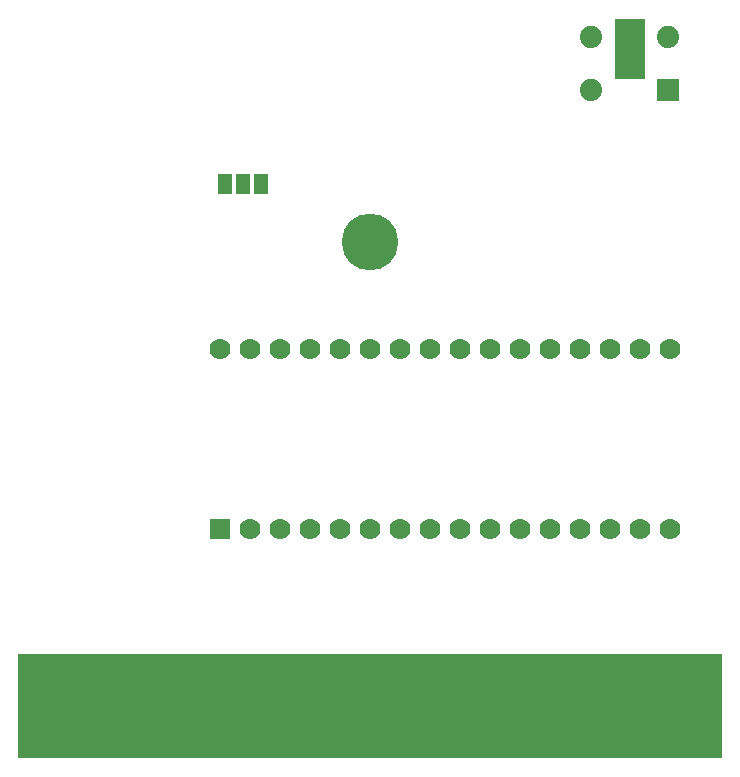
<source format=gbs>
G04 EAGLE Gerber RS-274X export*
G75*
%MOMM*%
%FSLAX34Y34*%
%LPD*%
%INBottom Solder Mask*%
%IPPOS*%
%AMOC8*
5,1,8,0,0,1.08239X$1,22.5*%
G01*
%ADD10C,4.800600*%
%ADD11R,2.006600X7.721600*%
%ADD12R,59.690000X8.890000*%
%ADD13R,1.778000X1.778000*%
%ADD14C,1.778000*%
%ADD15R,1.879600X1.879600*%
%ADD16C,1.879600*%
%ADD17R,1.270000X1.701800*%
%ADD18R,2.641600X5.181600*%


D10*
X304800Y433070D03*
D11*
X38100Y44450D03*
X63500Y44450D03*
X88900Y44450D03*
X114300Y44450D03*
X139700Y44450D03*
X165100Y44450D03*
X190500Y44450D03*
X215900Y44450D03*
X241300Y44450D03*
X266700Y44450D03*
X292100Y44450D03*
X317500Y44450D03*
X342900Y44450D03*
X368300Y44450D03*
X393700Y44450D03*
X419100Y44450D03*
X444500Y44450D03*
X469900Y44450D03*
X495300Y44450D03*
X520700Y44450D03*
X546100Y44450D03*
X571500Y44450D03*
D12*
X304800Y40640D03*
D13*
X177800Y190500D03*
D14*
X203200Y190500D03*
X228600Y190500D03*
X254000Y190500D03*
X279400Y190500D03*
X304800Y190500D03*
X330200Y190500D03*
X355600Y190500D03*
X381000Y190500D03*
X406400Y190500D03*
X431800Y190500D03*
X457200Y190500D03*
X482600Y190500D03*
X508000Y190500D03*
X533400Y190500D03*
X558800Y190500D03*
X558800Y342900D03*
X533400Y342900D03*
X508000Y342900D03*
X482600Y342900D03*
X457200Y342900D03*
X431800Y342900D03*
X406400Y342900D03*
X381000Y342900D03*
X355600Y342900D03*
X330200Y342900D03*
X304800Y342900D03*
X279400Y342900D03*
X254000Y342900D03*
X228600Y342900D03*
X203200Y342900D03*
X177800Y342900D03*
D15*
X556912Y562034D03*
D16*
X556912Y607246D03*
X491888Y562034D03*
X491888Y607246D03*
D17*
X212090Y482600D03*
X196850Y482600D03*
X181610Y482600D03*
D18*
X524510Y596900D03*
M02*

</source>
